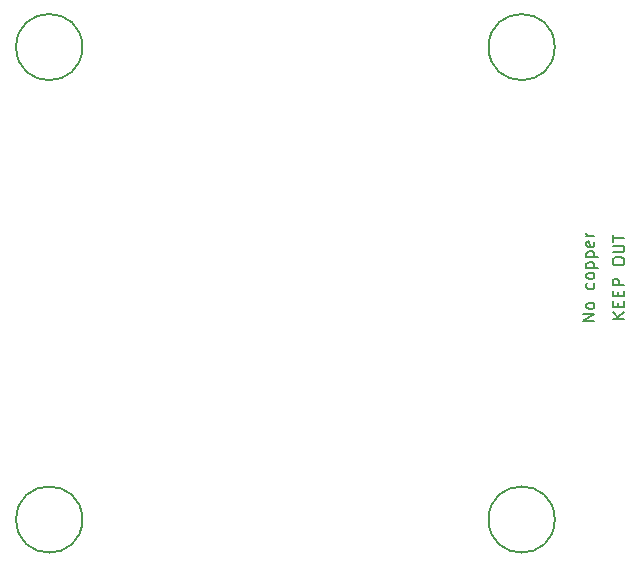
<source format=gbr>
%TF.GenerationSoftware,KiCad,Pcbnew,(6.0.2)*%
%TF.CreationDate,2022-06-07T16:02:26+02:00*%
%TF.ProjectId,RFID_Reader,52464944-5f52-4656-9164-65722e6b6963,rev?*%
%TF.SameCoordinates,Original*%
%TF.FileFunction,Other,Comment*%
%FSLAX46Y46*%
G04 Gerber Fmt 4.6, Leading zero omitted, Abs format (unit mm)*
G04 Created by KiCad (PCBNEW (6.0.2)) date 2022-06-07 16:02:26*
%MOMM*%
%LPD*%
G01*
G04 APERTURE LIST*
%ADD10C,0.150000*%
G04 APERTURE END LIST*
D10*
%TO.C,U1*%
X228692380Y-85991190D02*
X227692380Y-85991190D01*
X228692380Y-85419761D02*
X228120952Y-85848333D01*
X227692380Y-85419761D02*
X228263809Y-85991190D01*
X228168571Y-84991190D02*
X228168571Y-84657857D01*
X228692380Y-84515000D02*
X228692380Y-84991190D01*
X227692380Y-84991190D01*
X227692380Y-84515000D01*
X228168571Y-84086428D02*
X228168571Y-83753095D01*
X228692380Y-83610238D02*
X228692380Y-84086428D01*
X227692380Y-84086428D01*
X227692380Y-83610238D01*
X228692380Y-83181666D02*
X227692380Y-83181666D01*
X227692380Y-82800714D01*
X227740000Y-82705476D01*
X227787619Y-82657857D01*
X227882857Y-82610238D01*
X228025714Y-82610238D01*
X228120952Y-82657857D01*
X228168571Y-82705476D01*
X228216190Y-82800714D01*
X228216190Y-83181666D01*
X227692380Y-81229285D02*
X227692380Y-81038809D01*
X227740000Y-80943571D01*
X227835238Y-80848333D01*
X228025714Y-80800714D01*
X228359047Y-80800714D01*
X228549523Y-80848333D01*
X228644761Y-80943571D01*
X228692380Y-81038809D01*
X228692380Y-81229285D01*
X228644761Y-81324523D01*
X228549523Y-81419761D01*
X228359047Y-81467380D01*
X228025714Y-81467380D01*
X227835238Y-81419761D01*
X227740000Y-81324523D01*
X227692380Y-81229285D01*
X227692380Y-80372142D02*
X228501904Y-80372142D01*
X228597142Y-80324523D01*
X228644761Y-80276904D01*
X228692380Y-80181666D01*
X228692380Y-79991190D01*
X228644761Y-79895952D01*
X228597142Y-79848333D01*
X228501904Y-79800714D01*
X227692380Y-79800714D01*
X227692380Y-79467380D02*
X227692380Y-78895952D01*
X228692380Y-79181666D02*
X227692380Y-79181666D01*
X226152380Y-86157857D02*
X225152380Y-86157857D01*
X226152380Y-85586428D01*
X225152380Y-85586428D01*
X226152380Y-84967380D02*
X226104761Y-85062619D01*
X226057142Y-85110238D01*
X225961904Y-85157857D01*
X225676190Y-85157857D01*
X225580952Y-85110238D01*
X225533333Y-85062619D01*
X225485714Y-84967380D01*
X225485714Y-84824523D01*
X225533333Y-84729285D01*
X225580952Y-84681666D01*
X225676190Y-84634047D01*
X225961904Y-84634047D01*
X226057142Y-84681666D01*
X226104761Y-84729285D01*
X226152380Y-84824523D01*
X226152380Y-84967380D01*
X226104761Y-83015000D02*
X226152380Y-83110238D01*
X226152380Y-83300714D01*
X226104761Y-83395952D01*
X226057142Y-83443571D01*
X225961904Y-83491190D01*
X225676190Y-83491190D01*
X225580952Y-83443571D01*
X225533333Y-83395952D01*
X225485714Y-83300714D01*
X225485714Y-83110238D01*
X225533333Y-83015000D01*
X226152380Y-82443571D02*
X226104761Y-82538809D01*
X226057142Y-82586428D01*
X225961904Y-82634047D01*
X225676190Y-82634047D01*
X225580952Y-82586428D01*
X225533333Y-82538809D01*
X225485714Y-82443571D01*
X225485714Y-82300714D01*
X225533333Y-82205476D01*
X225580952Y-82157857D01*
X225676190Y-82110238D01*
X225961904Y-82110238D01*
X226057142Y-82157857D01*
X226104761Y-82205476D01*
X226152380Y-82300714D01*
X226152380Y-82443571D01*
X225485714Y-81681666D02*
X226485714Y-81681666D01*
X225533333Y-81681666D02*
X225485714Y-81586428D01*
X225485714Y-81395952D01*
X225533333Y-81300714D01*
X225580952Y-81253095D01*
X225676190Y-81205476D01*
X225961904Y-81205476D01*
X226057142Y-81253095D01*
X226104761Y-81300714D01*
X226152380Y-81395952D01*
X226152380Y-81586428D01*
X226104761Y-81681666D01*
X225485714Y-80776904D02*
X226485714Y-80776904D01*
X225533333Y-80776904D02*
X225485714Y-80681666D01*
X225485714Y-80491190D01*
X225533333Y-80395952D01*
X225580952Y-80348333D01*
X225676190Y-80300714D01*
X225961904Y-80300714D01*
X226057142Y-80348333D01*
X226104761Y-80395952D01*
X226152380Y-80491190D01*
X226152380Y-80681666D01*
X226104761Y-80776904D01*
X226104761Y-79491190D02*
X226152380Y-79586428D01*
X226152380Y-79776904D01*
X226104761Y-79872142D01*
X226009523Y-79919761D01*
X225628571Y-79919761D01*
X225533333Y-79872142D01*
X225485714Y-79776904D01*
X225485714Y-79586428D01*
X225533333Y-79491190D01*
X225628571Y-79443571D01*
X225723809Y-79443571D01*
X225819047Y-79919761D01*
X226152380Y-79015000D02*
X225485714Y-79015000D01*
X225676190Y-79015000D02*
X225580952Y-78967380D01*
X225533333Y-78919761D01*
X225485714Y-78824523D01*
X225485714Y-78729285D01*
%TO.C,Hole4*%
X222800000Y-63000000D02*
G75*
G03*
X222800000Y-63000000I-2800000J0D01*
G01*
%TO.C,Hole1*%
X182800000Y-103000000D02*
G75*
G03*
X182800000Y-103000000I-2800000J0D01*
G01*
%TO.C,Hole2*%
X222800000Y-103000000D02*
G75*
G03*
X222800000Y-103000000I-2800000J0D01*
G01*
%TO.C,Hole3*%
X182800000Y-63000000D02*
G75*
G03*
X182800000Y-63000000I-2800000J0D01*
G01*
%TD*%
M02*

</source>
